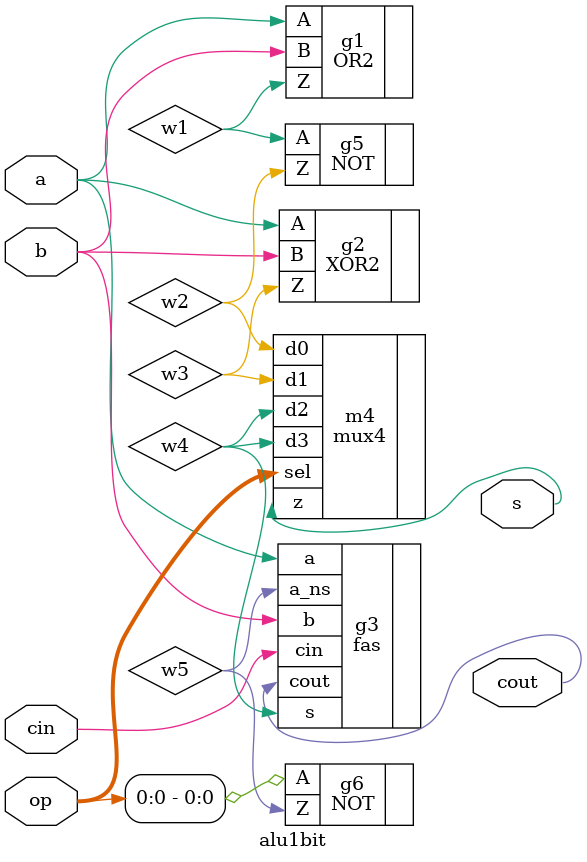
<source format=sv>
module alu1bit (
    input logic a,           // Input bit a
    input logic b,           // Input bit b
    input logic cin,         // Carry in
    input logic [1:0] op,    // Operation
    output logic s,          // Output S
    output logic cout        // Carry out
);

// Put your code here
// ------------------
logic w1,w2,w3,w4,w5;
OR2 #(.Tpdlh(8),.Tpdhl(8)) g1 (.A(a),.B(b),.Z(w1));
NOT #(.Tpdlh(10),.Tpdhl(10)) g5 (.A(w1),.Z(w2));
XOR2#(.Tpdlh(6),.Tpdhl(6)) g2 (.A(a),.B(b),.Z(w3));
NOT #(.Tpdlh(10),.Tpdhl(10)) g6 (.A(op[0]),.Z(w5));
fas g3(.a(a),.b(b),.cin(cin),.a_ns(w5),.s(w4),.cout(cout));
mux4 m4(.d0(w2),.d1(w3),.d2(w4),.d3(w4),.sel(op),.z(s));


// End of your code

endmodule

</source>
